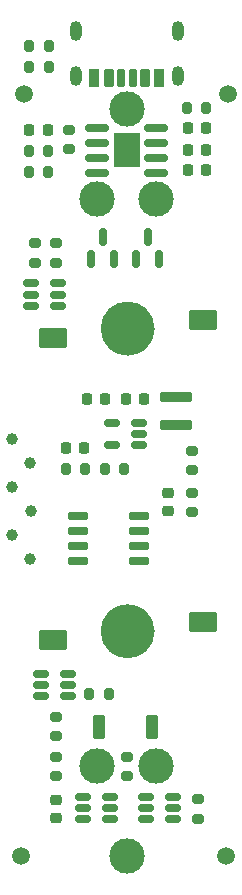
<source format=gbr>
%TF.GenerationSoftware,KiCad,Pcbnew,9.0.3*%
%TF.CreationDate,2025-11-14T23:12:01-05:00*%
%TF.ProjectId,Photon,50686f74-6f6e-42e6-9b69-6361645f7063,1.3*%
%TF.SameCoordinates,Original*%
%TF.FileFunction,Soldermask,Top*%
%TF.FilePolarity,Negative*%
%FSLAX46Y46*%
G04 Gerber Fmt 4.6, Leading zero omitted, Abs format (unit mm)*
G04 Created by KiCad (PCBNEW 9.0.3) date 2025-11-14 23:12:01*
%MOMM*%
%LPD*%
G01*
G04 APERTURE LIST*
G04 Aperture macros list*
%AMRoundRect*
0 Rectangle with rounded corners*
0 $1 Rounding radius*
0 $2 $3 $4 $5 $6 $7 $8 $9 X,Y pos of 4 corners*
0 Add a 4 corners polygon primitive as box body*
4,1,4,$2,$3,$4,$5,$6,$7,$8,$9,$2,$3,0*
0 Add four circle primitives for the rounded corners*
1,1,$1+$1,$2,$3*
1,1,$1+$1,$4,$5*
1,1,$1+$1,$6,$7*
1,1,$1+$1,$8,$9*
0 Add four rect primitives between the rounded corners*
20,1,$1+$1,$2,$3,$4,$5,0*
20,1,$1+$1,$4,$5,$6,$7,0*
20,1,$1+$1,$6,$7,$8,$9,0*
20,1,$1+$1,$8,$9,$2,$3,0*%
G04 Aperture macros list end*
%ADD10C,2.299000*%
%ADD11C,1.500000*%
%ADD12RoundRect,0.218750X-0.218750X-0.256250X0.218750X-0.256250X0.218750X0.256250X-0.218750X0.256250X0*%
%ADD13RoundRect,0.200000X-0.200000X-0.275000X0.200000X-0.275000X0.200000X0.275000X-0.200000X0.275000X0*%
%ADD14RoundRect,0.150000X0.150000X-0.587500X0.150000X0.587500X-0.150000X0.587500X-0.150000X-0.587500X0*%
%ADD15C,3.000000*%
%ADD16RoundRect,0.150000X-0.725000X-0.150000X0.725000X-0.150000X0.725000X0.150000X-0.725000X0.150000X0*%
%ADD17RoundRect,0.225000X0.225000X0.250000X-0.225000X0.250000X-0.225000X-0.250000X0.225000X-0.250000X0*%
%ADD18C,1.000000*%
%ADD19RoundRect,0.175000X0.175000X0.625000X-0.175000X0.625000X-0.175000X-0.625000X0.175000X-0.625000X0*%
%ADD20RoundRect,0.200000X0.200000X0.600000X-0.200000X0.600000X-0.200000X-0.600000X0.200000X-0.600000X0*%
%ADD21RoundRect,0.225000X0.225000X0.575000X-0.225000X0.575000X-0.225000X-0.575000X0.225000X-0.575000X0*%
%ADD22O,1.000000X1.700000*%
%ADD23RoundRect,0.150000X0.512500X0.150000X-0.512500X0.150000X-0.512500X-0.150000X0.512500X-0.150000X0*%
%ADD24RoundRect,0.225000X-0.225000X-0.250000X0.225000X-0.250000X0.225000X0.250000X-0.225000X0.250000X0*%
%ADD25RoundRect,0.225000X-0.250000X0.225000X-0.250000X-0.225000X0.250000X-0.225000X0.250000X0.225000X0*%
%ADD26RoundRect,0.150000X-0.512500X-0.150000X0.512500X-0.150000X0.512500X0.150000X-0.512500X0.150000X0*%
%ADD27RoundRect,0.200000X0.200000X0.275000X-0.200000X0.275000X-0.200000X-0.275000X0.200000X-0.275000X0*%
%ADD28RoundRect,0.105000X-0.420000X-0.895000X0.420000X-0.895000X0.420000X0.895000X-0.420000X0.895000X0*%
%ADD29RoundRect,0.200000X-0.275000X0.200000X-0.275000X-0.200000X0.275000X-0.200000X0.275000X0.200000X0*%
%ADD30RoundRect,0.200000X0.275000X-0.200000X0.275000X0.200000X-0.275000X0.200000X-0.275000X-0.200000X0*%
%ADD31RoundRect,0.120000X1.230000X-0.280000X1.230000X0.280000X-1.230000X0.280000X-1.230000X-0.280000X0*%
%ADD32RoundRect,0.255000X0.945000X0.595000X-0.945000X0.595000X-0.945000X-0.595000X0.945000X-0.595000X0*%
%ADD33RoundRect,0.225000X0.250000X-0.225000X0.250000X0.225000X-0.250000X0.225000X-0.250000X-0.225000X0*%
%ADD34RoundRect,0.150000X-0.825000X-0.150000X0.825000X-0.150000X0.825000X0.150000X-0.825000X0.150000X0*%
%ADD35R,2.290000X3.000000*%
G04 APERTURE END LIST*
%TO.C,D5*%
D10*
X54108500Y-47017000D02*
G75*
G02*
X51809500Y-47017000I-1149500J0D01*
G01*
X51809500Y-47017000D02*
G75*
G02*
X54108500Y-47017000I1149500J0D01*
G01*
%TO.C,D6*%
X54108500Y-72644000D02*
G75*
G02*
X51809500Y-72644000I-1149500J0D01*
G01*
X51809500Y-72644000D02*
G75*
G02*
X54108500Y-72644000I1149500J0D01*
G01*
%TD*%
D11*
%TO.C,FID2*%
X61264800Y-91694000D03*
%TD*%
D12*
%TO.C,D2*%
X59613900Y-30073600D03*
X58038900Y-30073600D03*
%TD*%
D13*
%TO.C,R7*%
X59631400Y-28315600D03*
X57981400Y-28315600D03*
%TD*%
D12*
%TO.C,D1*%
X59613900Y-31871600D03*
X58038900Y-31871600D03*
%TD*%
D14*
%TO.C,Q1*%
X50850800Y-39245300D03*
X51800800Y-41120300D03*
X49900800Y-41120300D03*
%TD*%
D15*
%TO.C,BT1*%
X52878800Y-91668000D03*
X50378800Y-84068000D03*
X55378800Y-84068000D03*
X50378800Y-36068000D03*
X55378800Y-36068000D03*
X52878800Y-28468000D03*
%TD*%
D16*
%TO.C,U1*%
X48733000Y-62865000D03*
X48733000Y-64135000D03*
X48733000Y-65405000D03*
X48733000Y-66675000D03*
X53883000Y-66675000D03*
X53883000Y-65405000D03*
X53883000Y-64135000D03*
X53883000Y-62865000D03*
%TD*%
D17*
%TO.C,C2*%
X51080000Y-52959000D03*
X49530000Y-52959000D03*
%TD*%
D18*
%TO.C,TP8*%
X43200210Y-60447400D03*
%TD*%
D19*
%TO.C,J1*%
X53378800Y-25786000D03*
D20*
X51358800Y-25786000D03*
D21*
X50128800Y-25786000D03*
D19*
X52378800Y-25786000D03*
D20*
X54398800Y-25786000D03*
D21*
X55628800Y-25786000D03*
D22*
X57198800Y-25606000D03*
X57198800Y-21806000D03*
X48558800Y-25606000D03*
X48558800Y-21806000D03*
%TD*%
D23*
%TO.C,U6*%
X56763500Y-88580000D03*
X56763500Y-87630000D03*
X56763500Y-86680000D03*
X54488500Y-86680000D03*
X54488500Y-87630000D03*
X54488500Y-88580000D03*
%TD*%
D17*
%TO.C,C4*%
X49302000Y-57150000D03*
X47752000Y-57150000D03*
%TD*%
D18*
%TO.C,TP7*%
X44717224Y-58412074D03*
%TD*%
D23*
%TO.C,U5*%
X51429500Y-88580000D03*
X51429500Y-87630000D03*
X51429500Y-86680000D03*
X49154500Y-86680000D03*
X49154500Y-87630000D03*
X49154500Y-88580000D03*
%TD*%
D13*
%TO.C,R9*%
X51004000Y-58928000D03*
X52654000Y-58928000D03*
%TD*%
D24*
%TO.C,C5*%
X52832000Y-52959000D03*
X54382000Y-52959000D03*
%TD*%
D11*
%TO.C,FID3*%
X44145200Y-27127200D03*
%TD*%
D13*
%TO.C,R4*%
X44578000Y-33776500D03*
X46228000Y-33776500D03*
%TD*%
D25*
%TO.C,C1*%
X56388000Y-60947000D03*
X56388000Y-62497000D03*
%TD*%
D26*
%TO.C,U4*%
X44787428Y-43182724D03*
X44787428Y-44132724D03*
X44787428Y-45082724D03*
X47062428Y-45082724D03*
X47062428Y-44132724D03*
X47062428Y-43182724D03*
%TD*%
D27*
%TO.C,R2*%
X46291000Y-24892000D03*
X44641000Y-24892000D03*
%TD*%
%TO.C,R1*%
X46291000Y-23114000D03*
X44641000Y-23114000D03*
%TD*%
D13*
%TO.C,R16*%
X49721000Y-77978000D03*
X51371000Y-77978000D03*
%TD*%
D28*
%TO.C,SW1*%
X50546000Y-80772000D03*
X54991000Y-80772000D03*
%TD*%
D18*
%TO.C,TP12*%
X44742507Y-62482726D03*
%TD*%
D29*
%TO.C,R10*%
X48006000Y-30163000D03*
X48006000Y-31813000D03*
%TD*%
D18*
%TO.C,TP9*%
X43187568Y-64492769D03*
%TD*%
D30*
%TO.C,R12*%
X45085000Y-41455000D03*
X45085000Y-39805000D03*
%TD*%
D18*
%TO.C,TP13*%
X43143297Y-56388000D03*
%TD*%
D14*
%TO.C,Q2*%
X53710800Y-41120300D03*
X55610800Y-41120300D03*
X54660800Y-39245300D03*
%TD*%
D26*
%TO.C,U7*%
X45617500Y-76247000D03*
X45617500Y-77197000D03*
X45617500Y-78147000D03*
X47892500Y-78147000D03*
X47892500Y-77197000D03*
X47892500Y-76247000D03*
%TD*%
D29*
%TO.C,R14*%
X46888400Y-83249000D03*
X46888400Y-84899000D03*
%TD*%
D30*
%TO.C,R18*%
X58369200Y-62547000D03*
X58369200Y-60897000D03*
%TD*%
D27*
%TO.C,R5*%
X46228000Y-31974500D03*
X44578000Y-31974500D03*
%TD*%
D31*
%TO.C,L1*%
X57038386Y-55143400D03*
X57038386Y-52832000D03*
%TD*%
D11*
%TO.C,FID1*%
X61417200Y-27127200D03*
%TD*%
D30*
%TO.C,R19*%
X58928000Y-88505800D03*
X58928000Y-86855800D03*
%TD*%
D32*
%TO.C,D5*%
X46609000Y-47779000D03*
X59309000Y-46255000D03*
%TD*%
D11*
%TO.C,FID2*%
X43942000Y-91694000D03*
%TD*%
D33*
%TO.C,C7*%
X46888400Y-88455800D03*
X46888400Y-86905800D03*
%TD*%
D13*
%TO.C,R8*%
X47702000Y-58928000D03*
X49352000Y-58928000D03*
%TD*%
D29*
%TO.C,R17*%
X52878800Y-83249000D03*
X52878800Y-84899000D03*
%TD*%
D18*
%TO.C,TP1*%
X44714882Y-66548000D03*
%TD*%
D23*
%TO.C,U2*%
X53889500Y-56891000D03*
X53889500Y-55941000D03*
X53889500Y-54991000D03*
X51614500Y-54991000D03*
X51614500Y-56891000D03*
%TD*%
D30*
%TO.C,R13*%
X46863000Y-41455000D03*
X46863000Y-39805000D03*
%TD*%
D29*
%TO.C,R15*%
X46888400Y-79896200D03*
X46888400Y-81546200D03*
%TD*%
%TO.C,R6*%
X58369200Y-57341000D03*
X58369200Y-58991000D03*
%TD*%
D34*
%TO.C,U3*%
X50403800Y-30009400D03*
X50403800Y-31279400D03*
X50403800Y-32549400D03*
X50403800Y-33819400D03*
X55353800Y-33819400D03*
X55353800Y-32549400D03*
X55353800Y-31279400D03*
X55353800Y-30009400D03*
D35*
X52878800Y-31914400D03*
%TD*%
D32*
%TO.C,D6*%
X46609000Y-73406000D03*
X59309000Y-71882000D03*
%TD*%
D17*
%TO.C,C6*%
X59601400Y-33629600D03*
X58051400Y-33629600D03*
%TD*%
D24*
%TO.C,C3*%
X44628000Y-30226000D03*
X46178000Y-30226000D03*
%TD*%
M02*

</source>
